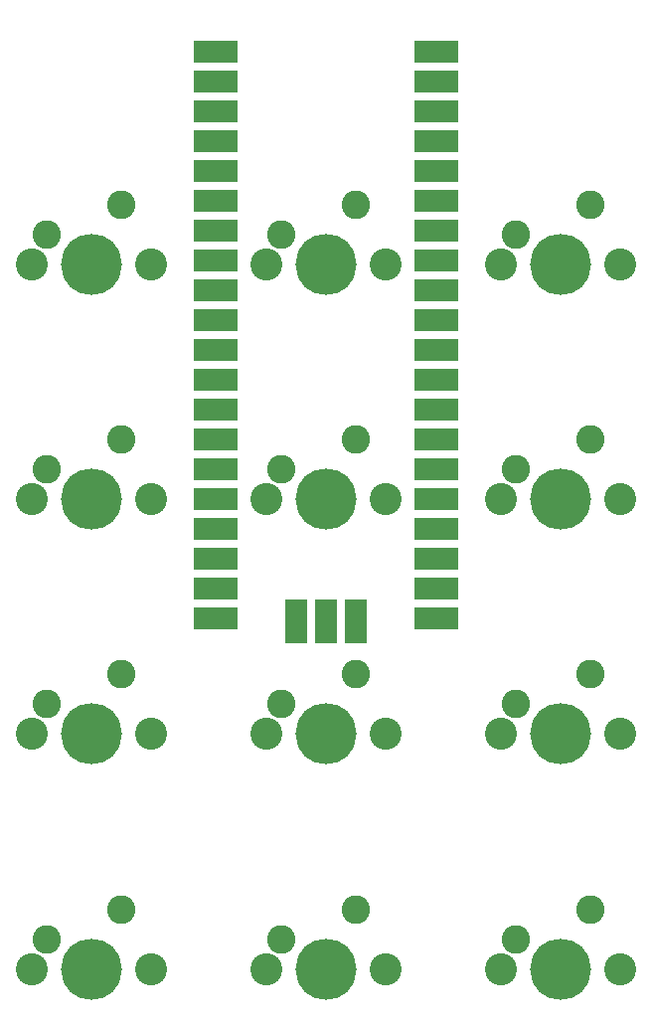
<source format=gbs>
G04 Layer: BottomSolderMaskLayer*
G04 EasyEDA v6.5.1, 2022-08-10 00:04:10*
G04 a67cddfb3fce44daa9051d46cbbcc19f,10*
G04 Gerber Generator version 0.2*
G04 Scale: 100 percent, Rotated: No, Reflected: No *
G04 Dimensions in millimeters *
G04 leading zeros omitted , absolute positions ,4 integer and 5 decimal *
%FSLAX45Y45*%
%MOMM*%

%ADD22C,2.4257*%
%ADD23C,5.2070*%
%ADD24C,2.7305*%
%ADD25C,1.9032*%

%LPD*%
D22*
G01*
X3118993Y8254009D03*
G01*
X3753993Y8508009D03*
D23*
G01*
X3499993Y8000009D03*
D24*
G01*
X2991993Y8000009D03*
G01*
X4007993Y8000009D03*
D22*
G01*
X5118988Y8254009D03*
G01*
X5753988Y8508009D03*
D23*
G01*
X5499988Y8000009D03*
D24*
G01*
X4991988Y8000009D03*
G01*
X6007988Y8000009D03*
D22*
G01*
X1118996Y6253987D03*
G01*
X1753996Y6507987D03*
D23*
G01*
X1499996Y5999987D03*
D24*
G01*
X991996Y5999987D03*
G01*
X2007997Y5999987D03*
D22*
G01*
X3118993Y6253987D03*
G01*
X3753993Y6507987D03*
D23*
G01*
X3499993Y5999987D03*
D24*
G01*
X2991993Y5999987D03*
G01*
X4007993Y5999987D03*
D22*
G01*
X5118988Y6253987D03*
G01*
X5753988Y6507987D03*
D23*
G01*
X5499988Y5999987D03*
D24*
G01*
X4991988Y5999987D03*
G01*
X6007988Y5999987D03*
D22*
G01*
X1118996Y4253992D03*
G01*
X1753996Y4507992D03*
D23*
G01*
X1499996Y3999992D03*
D24*
G01*
X991996Y3999992D03*
G01*
X2007997Y3999992D03*
D22*
G01*
X3118993Y4253992D03*
G01*
X3753993Y4507992D03*
D23*
G01*
X3499993Y3999992D03*
D24*
G01*
X2991993Y3999992D03*
G01*
X4007993Y3999992D03*
D22*
G01*
X5118988Y4253992D03*
G01*
X5753988Y4507992D03*
D23*
G01*
X5499988Y3999992D03*
D24*
G01*
X4991988Y3999992D03*
G01*
X6007988Y3999992D03*
D22*
G01*
X1118996Y2253995D03*
G01*
X1753996Y2507995D03*
D23*
G01*
X1499996Y1999995D03*
D24*
G01*
X991996Y1999995D03*
G01*
X2007997Y1999995D03*
D22*
G01*
X3118993Y2253995D03*
G01*
X3753993Y2507995D03*
D23*
G01*
X3499993Y1999995D03*
D24*
G01*
X2991993Y1999995D03*
G01*
X4007993Y1999995D03*
D22*
G01*
X5118988Y2253995D03*
G01*
X5753988Y2507995D03*
D23*
G01*
X5499988Y1999995D03*
D24*
G01*
X4991988Y1999995D03*
G01*
X6007988Y1999995D03*
D22*
G01*
X1118996Y8254009D03*
G01*
X1753996Y8508009D03*
D23*
G01*
X1499996Y8000009D03*
D24*
G01*
X991996Y8000009D03*
G01*
X2007997Y8000009D03*
G36*
X3150870Y4774184D02*
G01*
X3150870Y5144262D01*
X3341115Y5144262D01*
X3341115Y4774184D01*
G37*
G36*
X4254754Y9717786D02*
G01*
X4254754Y9908286D01*
X4624831Y9908286D01*
X4624831Y9717786D01*
G37*
G36*
X4254754Y9463786D02*
G01*
X4254754Y9654286D01*
X4624831Y9654286D01*
X4624831Y9463786D01*
G37*
G36*
X4254754Y9209786D02*
G01*
X4254754Y9400286D01*
X4624831Y9400286D01*
X4624831Y9209786D01*
G37*
G36*
X4254754Y8955786D02*
G01*
X4254754Y9146286D01*
X4624831Y9146286D01*
X4624831Y8955786D01*
G37*
G36*
X4254754Y8701786D02*
G01*
X4254754Y8892286D01*
X4624831Y8892286D01*
X4624831Y8701786D01*
G37*
G36*
X4254754Y8447786D02*
G01*
X4254754Y8638286D01*
X4624831Y8638286D01*
X4624831Y8447786D01*
G37*
G36*
X4254754Y8193786D02*
G01*
X4254754Y8384286D01*
X4624831Y8384286D01*
X4624831Y8193786D01*
G37*
G36*
X4254754Y7939786D02*
G01*
X4254754Y8130286D01*
X4624831Y8130286D01*
X4624831Y7939786D01*
G37*
G36*
X4254754Y7685786D02*
G01*
X4254754Y7876286D01*
X4624831Y7876286D01*
X4624831Y7685786D01*
G37*
G36*
X4254754Y7431786D02*
G01*
X4254754Y7622286D01*
X4624831Y7622286D01*
X4624831Y7431786D01*
G37*
G36*
X4254754Y7177786D02*
G01*
X4254754Y7368286D01*
X4624831Y7368286D01*
X4624831Y7177786D01*
G37*
G36*
X4254754Y6923786D02*
G01*
X4254754Y7114286D01*
X4624831Y7114286D01*
X4624831Y6923786D01*
G37*
G36*
X4254754Y6669786D02*
G01*
X4254754Y6860286D01*
X4624831Y6860286D01*
X4624831Y6669786D01*
G37*
G36*
X4254754Y6415786D02*
G01*
X4254754Y6606286D01*
X4624831Y6606286D01*
X4624831Y6415786D01*
G37*
G36*
X4254754Y6161786D02*
G01*
X4254754Y6352286D01*
X4624831Y6352286D01*
X4624831Y6161786D01*
G37*
G36*
X4254754Y5907786D02*
G01*
X4254754Y6098286D01*
X4624831Y6098286D01*
X4624831Y5907786D01*
G37*
G36*
X4254754Y5653786D02*
G01*
X4254754Y5844286D01*
X4624831Y5844286D01*
X4624831Y5653786D01*
G37*
G36*
X4254754Y5399786D02*
G01*
X4254754Y5590286D01*
X4624831Y5590286D01*
X4624831Y5399786D01*
G37*
G36*
X4254754Y5145786D02*
G01*
X4254754Y5336286D01*
X4624831Y5336286D01*
X4624831Y5145786D01*
G37*
G36*
X4254754Y4891786D02*
G01*
X4254754Y5082286D01*
X4624831Y5082286D01*
X4624831Y4891786D01*
G37*
G36*
X2375154Y9717786D02*
G01*
X2375154Y9908286D01*
X2745231Y9908286D01*
X2745231Y9717786D01*
G37*
G36*
X2375154Y9463786D02*
G01*
X2375154Y9654286D01*
X2745231Y9654286D01*
X2745231Y9463786D01*
G37*
G36*
X2375154Y9209786D02*
G01*
X2375154Y9400286D01*
X2745231Y9400286D01*
X2745231Y9209786D01*
G37*
G36*
X2375154Y8955786D02*
G01*
X2375154Y9146286D01*
X2745231Y9146286D01*
X2745231Y8955786D01*
G37*
G36*
X2375154Y8701786D02*
G01*
X2375154Y8892286D01*
X2745231Y8892286D01*
X2745231Y8701786D01*
G37*
G36*
X2375154Y8447786D02*
G01*
X2375154Y8638286D01*
X2745231Y8638286D01*
X2745231Y8447786D01*
G37*
G36*
X2375154Y8193786D02*
G01*
X2375154Y8384286D01*
X2745231Y8384286D01*
X2745231Y8193786D01*
G37*
G36*
X2375154Y7939786D02*
G01*
X2375154Y8130286D01*
X2745231Y8130286D01*
X2745231Y7939786D01*
G37*
G36*
X2375154Y7685786D02*
G01*
X2375154Y7876286D01*
X2745231Y7876286D01*
X2745231Y7685786D01*
G37*
G36*
X2375154Y7431786D02*
G01*
X2375154Y7622286D01*
X2745231Y7622286D01*
X2745231Y7431786D01*
G37*
G36*
X2375154Y7177786D02*
G01*
X2375154Y7368286D01*
X2745231Y7368286D01*
X2745231Y7177786D01*
G37*
G36*
X2375154Y6923786D02*
G01*
X2375154Y7114286D01*
X2745231Y7114286D01*
X2745231Y6923786D01*
G37*
G36*
X2375154Y6669786D02*
G01*
X2375154Y6860286D01*
X2745231Y6860286D01*
X2745231Y6669786D01*
G37*
G36*
X2375154Y6415786D02*
G01*
X2375154Y6606286D01*
X2745231Y6606286D01*
X2745231Y6415786D01*
G37*
G36*
X2375154Y6161786D02*
G01*
X2375154Y6352286D01*
X2745231Y6352286D01*
X2745231Y6161786D01*
G37*
G36*
X2375154Y5907786D02*
G01*
X2375154Y6098286D01*
X2745231Y6098286D01*
X2745231Y5907786D01*
G37*
G36*
X2375154Y5653786D02*
G01*
X2375154Y5844286D01*
X2745231Y5844286D01*
X2745231Y5653786D01*
G37*
G36*
X2375154Y5399786D02*
G01*
X2375154Y5590286D01*
X2745231Y5590286D01*
X2745231Y5399786D01*
G37*
G36*
X2375154Y5145786D02*
G01*
X2375154Y5336286D01*
X2745231Y5336286D01*
X2745231Y5145786D01*
G37*
G36*
X2375154Y4891786D02*
G01*
X2375154Y5082286D01*
X2745231Y5082286D01*
X2745231Y4891786D01*
G37*
G36*
X3658870Y4774184D02*
G01*
X3658870Y5144262D01*
X3849115Y5144262D01*
X3849115Y4774184D01*
G37*
G36*
X3404870Y4774184D02*
G01*
X3404870Y5144262D01*
X3595115Y5144262D01*
X3595115Y4774184D01*
G37*
D25*
G01*
X4388993Y9813010D03*
G01*
X4388993Y9559010D03*
G36*
X4293870Y9209786D02*
G01*
X4293870Y9400286D01*
X4484115Y9400286D01*
X4484115Y9209786D01*
G37*
G01*
X4388993Y9051010D03*
G01*
X4388993Y8797010D03*
G01*
X4388993Y8543010D03*
G01*
X4388993Y8289010D03*
G36*
X4293870Y7939786D02*
G01*
X4293870Y8130286D01*
X4484115Y8130286D01*
X4484115Y7939786D01*
G37*
G01*
X4388993Y7781010D03*
G01*
X4388993Y7527010D03*
G01*
X4388993Y7273010D03*
G01*
X4388993Y7019010D03*
G36*
X4293870Y6669786D02*
G01*
X4293870Y6860286D01*
X4484115Y6860286D01*
X4484115Y6669786D01*
G37*
G01*
X4388993Y6511010D03*
G01*
X4388993Y6257010D03*
G01*
X4388993Y6003010D03*
G01*
X4388993Y5749010D03*
G36*
X4293870Y5399786D02*
G01*
X4293870Y5590286D01*
X4484115Y5590286D01*
X4484115Y5399786D01*
G37*
G01*
X4388993Y5241010D03*
G01*
X4388993Y4987010D03*
G01*
X2610993Y4987010D03*
G01*
X2610993Y5241010D03*
G36*
X2515870Y5399786D02*
G01*
X2515870Y5590286D01*
X2706115Y5590286D01*
X2706115Y5399786D01*
G37*
G01*
X2610993Y5749010D03*
G01*
X2610993Y6003010D03*
G01*
X2610993Y6257010D03*
G01*
X2610993Y6511010D03*
G36*
X2515870Y6669786D02*
G01*
X2515870Y6860286D01*
X2706115Y6860286D01*
X2706115Y6669786D01*
G37*
G01*
X2610993Y7019010D03*
G01*
X2610993Y7273010D03*
G01*
X2610993Y7527010D03*
G01*
X2610993Y7781010D03*
G36*
X2515870Y7939786D02*
G01*
X2515870Y8130286D01*
X2706115Y8130286D01*
X2706115Y7939786D01*
G37*
G01*
X2610993Y8289010D03*
G01*
X2610993Y8543010D03*
G01*
X2610993Y8797010D03*
G01*
X2610993Y9051010D03*
G36*
X2515870Y9209786D02*
G01*
X2515870Y9400286D01*
X2706115Y9400286D01*
X2706115Y9209786D01*
G37*
G01*
X2610993Y9559010D03*
G01*
X2610993Y9813010D03*
G01*
X3753993Y5010022D03*
G36*
X3404870Y4914900D02*
G01*
X3404870Y5105145D01*
X3595115Y5105145D01*
X3595115Y4914900D01*
G37*
G01*
X3245993Y5010022D03*
M02*

</source>
